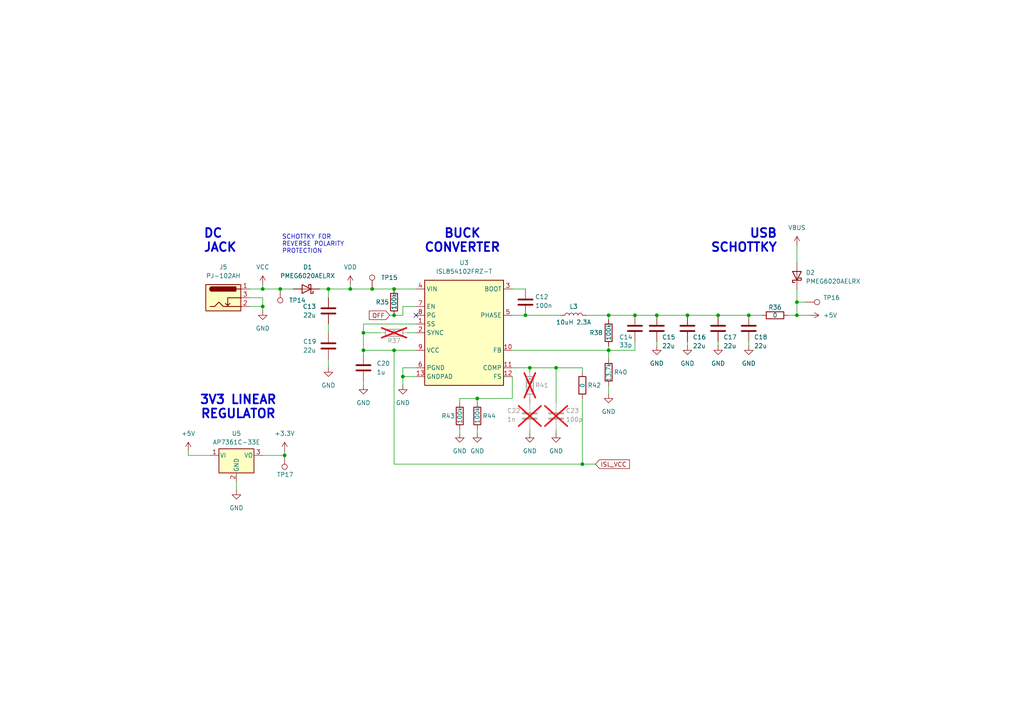
<source format=kicad_sch>
(kicad_sch (version 20231120) (generator "eeschema") (generator_version "8.0")
  (paper "A4")
  (title_block (title "Arduino UNO R4 WiFi Power") (date "2024-05-14") (rev "1") (company "Carlos Sabogal"))
  (lib_symbols
    (symbol "Arduino UNO R4 WiFi:ISL854102FRZ-T"
      (property "Reference" "U" (at 0.762 33.782 0))
      (property "Value" "ISL854102FRZ-T" (at 8.382 31.75 0))
      (symbol "ISL854102FRZ-T_1_0"
        (rectangle (start 22.86 30.48) (end 0 0) (stroke (width 0.254) (color 128 0 0 1)) (fill (type background)))
        (pin passive line (at -2.54 17.78 0) (length 2.54) (name "SS") (number "1"))
        (pin passive line (at 25.4 10.16 180) (length 2.54) (name "FB") (number "10"))
        (pin passive line (at 25.4 5.08 180) (length 2.54) (name "COMP") (number "11"))
        (pin passive line (at 25.4 2.54 180) (length 2.54) (name "FS") (number "12"))
        (pin power_in line (at -2.54 2.54 0) (length 2.54) (name "GNDPAD") (number "13"))
        (pin passive line (at -2.54 15.24 0) (length 2.54) (name "SYNC") (number "2"))
        (pin passive line (at 25.4 27.94 180) (length 2.54) (name "BOOT") (number "3"))
        (pin power_in line (at -2.54 27.94 0) (length 2.54) (name "VIN") (number "4"))
        (pin passive line (at 25.4 20.32 180) (length 2.54) (name "PHASE") (number "5"))
        (pin power_in line (at -2.54 5.08 0) (length 2.54) (name "PGND") (number "6"))
        (pin passive line (at -2.54 22.86 0) (length 2.54) (name "EN") (number "7"))
        (pin passive line (at -2.54 20.32 0) (length 2.54) (name "PG") (number "8"))
        (pin power_in line (at -2.54 10.16 0) (length 2.54) (name "VCC") (number "9"))
      )
    )
    (symbol "Connector:Barrel_Jack_Switch" (pin_names hide)
      (property "Reference" "J" (at 0 5.334 0))
      (property "Value" "Barrel_Jack_Switch" (at 0 -5.08 0))
      (symbol "Barrel_Jack_Switch_0_1"
        (rectangle (start -5.08 3.81) (end 5.08 -3.81) (stroke (width 0.254)) (fill (type background)))
        (arc (start -3.302 3.175) (mid -3.9343 2.54) (end -3.302 1.905) (stroke (width 0.254)))
        (arc (start -3.302 3.175) (mid -3.9343 2.54) (end -3.302 1.905) (stroke (width 0.254)) (fill (type outline)))
        (polyline (pts (xy 1.27 -2.286) (xy 1.905 -1.651)) (stroke (width 0.254)))
        (polyline (pts (xy 5.08 2.54) (xy 3.81 2.54)) (stroke (width 0.254)))
        (polyline (pts (xy 5.08 0) (xy 1.27 0) (xy 1.27 -2.286) (xy 0.635 -1.651)) (stroke (width 0.254)))
        (polyline (pts (xy -3.81 -2.54) (xy -2.54 -2.54) (xy -1.27 -1.27) (xy 0 -2.54) (xy 2.54 -2.54) (xy 5.08 -2.54)) (stroke (width 0.254)))
        (rectangle (start 3.683 3.175) (end -3.302 1.905) (stroke (width 0.254)) (fill (type outline)))
      )
      (symbol "Barrel_Jack_Switch_1_1"
        (pin passive line (at 7.62 2.54 180) (length 2.54) (name "~") (number "1"))
        (pin passive line (at 7.62 -2.54 180) (length 2.54) (name "~") (number "2"))
        (pin passive line (at 7.62 0 180) (length 2.54) (name "~") (number "3"))
      )
    )
    (symbol "Connector:TestPoint" (pin_numbers hide) (pin_names (offset 0.762) hide)
      (property "Reference" "TP" (at 0 6.858 0))
      (property "Value" "TestPoint" (at 0 5.08 0))
      (symbol "TestPoint_0_1"
        (circle (center 0 3.302) (radius 0.762))
      )
      (symbol "TestPoint_1_1"
        (pin passive line (at 0 0 90) (length 2.54) (name "1") (number "1"))
      )
    )
    (symbol "Device:C" (pin_numbers hide) (pin_names (offset 0.254))
      (property "Reference" "C" (at 0.635 2.54 0))
      (property "Value" "C" (at 0.635 -2.54 0))
      (symbol "C_0_1"
        (polyline (pts (xy -2.032 -0.762) (xy 2.032 -0.762)) (stroke (width 0.508)))
        (polyline (pts (xy -2.032 0.762) (xy 2.032 0.762)) (stroke (width 0.508)))
      )
      (symbol "C_1_1"
        (pin passive line (at 0 3.81 270) (length 2.794) (name "~") (number "1"))
        (pin passive line (at 0 -3.81 90) (length 2.794) (name "~") (number "2"))
      )
    )
    (symbol "Device:D_Schottky" (pin_numbers hide) (pin_names (offset 1.016) hide)
      (property "Reference" "D" (at 0 2.54 0))
      (property "Value" "D_Schottky" (at 0 -2.54 0))
      (symbol "D_Schottky_0_1"
        (polyline (pts (xy 1.27 0) (xy -1.27 0)))
        (polyline (pts (xy 1.27 1.27) (xy 1.27 -1.27) (xy -1.27 0) (xy 1.27 1.27)) (stroke (width 0.254)))
        (polyline (pts (xy -1.905 0.635) (xy -1.905 1.27) (xy -1.27 1.27) (xy -1.27 -1.27) (xy -0.635 -1.27) (xy -0.635 -0.635)) (stroke (width 0.254)))
      )
      (symbol "D_Schottky_1_1"
        (pin passive line (at -3.81 0 0) (length 2.54) (name "K") (number "1"))
        (pin passive line (at 3.81 0 180) (length 2.54) (name "A") (number "2"))
      )
    )
    (symbol "Device:L" (pin_numbers hide) (pin_names (offset 1.016) hide)
      (property "Reference" "L" (at -1.27 0 90))
      (property "Value" "L" (at 1.905 0 90))
      (symbol "L_0_1"
        (arc (start 0 -2.54) (mid 0.6323 -1.905) (end 0 -1.27))
        (arc (start 0 -1.27) (mid 0.6323 -0.635) (end 0 0))
        (arc (start 0 0) (mid 0.6323 0.635) (end 0 1.27))
        (arc (start 0 1.27) (mid 0.6323 1.905) (end 0 2.54))
      )
      (symbol "L_1_1"
        (pin passive line (at 0 3.81 270) (length 1.27) (name "1") (number "1"))
        (pin passive line (at 0 -3.81 90) (length 1.27) (name "2") (number "2"))
      )
    )
    (symbol "Device:R" (pin_numbers hide) (pin_names (offset 0))
      (property "Reference" "R" (at 2.032 0 90))
      (property "Value" "R" (at 0 0 90))
      (symbol "R_0_1"
        (rectangle (start -1.016 -2.54) (end 1.016 2.54) (stroke (width 0.254)))
      )
      (symbol "R_1_1"
        (pin passive line (at 0 3.81 270) (length 1.27) (name "~") (number "1"))
        (pin passive line (at 0 -3.81 90) (length 1.27) (name "~") (number "2"))
      )
    )
    (symbol "Regulator_Linear:AP7361C-33E" (pin_names (offset 0.254))
      (property "Reference" "U" (at -3.81 3.175 0))
      (property "Value" "AP7361C-33E" (at 0 3.175 0))
      (symbol "AP7361C-33E_0_1"
        (rectangle (start -5.08 -5.08) (end 5.08 1.905) (stroke (width 0.254)) (fill (type background)))
      )
      (symbol "AP7361C-33E_1_1"
        (pin power_in line (at -7.62 0 0) (length 2.54) (name "VI") (number "1"))
        (pin power_in line (at 0 -7.62 90) (length 2.54) (name "GND") (number "2"))
        (pin power_out line (at 7.62 0 180) (length 2.54) (name "VO") (number "3"))
      )
    )
    (symbol "power:+3.3V" (power) (pin_numbers hide) (pin_names (offset 0) hide)
      (property "Value" "+3.3V" (at 0 3.556 0))
      (symbol "+3.3V_0_1"
        (polyline (pts (xy -0.762 1.27) (xy 0 2.54)))
        (polyline (pts (xy 0 0) (xy 0 2.54)))
        (polyline (pts (xy 0 2.54) (xy 0.762 1.27)))
      )
      (symbol "+3.3V_1_1"
        (pin power_in line (at 0 0 90) (length 0) (name "~") (number "1"))
      )
    )
    (symbol "power:+5V" (power) (pin_numbers hide) (pin_names (offset 0) hide)
      (property "Value" "+5V" (at 0 3.556 0))
      (symbol "+5V_0_1"
        (polyline (pts (xy -0.762 1.27) (xy 0 2.54)))
        (polyline (pts (xy 0 0) (xy 0 2.54)))
        (polyline (pts (xy 0 2.54) (xy 0.762 1.27)))
      )
      (symbol "+5V_1_1"
        (pin power_in line (at 0 0 90) (length 0) (name "~") (number "1"))
      )
    )
    (symbol "power:GND" (power) (pin_numbers hide) (pin_names (offset 0) hide)
      (property "Value" "GND" (at 0 -3.81 0))
      (symbol "GND_0_1"
        (polyline (pts (xy 0 0) (xy 0 -1.27) (xy 1.27 -1.27) (xy 0 -2.54) (xy -1.27 -1.27) (xy 0 -1.27)))
      )
      (symbol "GND_1_1"
        (pin power_in line (at 0 0 270) (length 0) (name "~") (number "1"))
      )
    )
    (symbol "power:VBUS" (power) (pin_numbers hide) (pin_names (offset 0) hide)
      (property "Value" "VBUS" (at 0 3.556 0))
      (symbol "VBUS_0_1"
        (polyline (pts (xy -0.762 1.27) (xy 0 2.54)))
        (polyline (pts (xy 0 0) (xy 0 2.54)))
        (polyline (pts (xy 0 2.54) (xy 0.762 1.27)))
      )
      (symbol "VBUS_1_1"
        (pin power_in line (at 0 0 90) (length 0) (name "~") (number "1"))
      )
    )
    (symbol "power:VCC" (power) (pin_numbers hide) (pin_names (offset 0) hide)
      (property "Value" "VCC" (at 0 3.556 0))
      (symbol "VCC_0_1"
        (polyline (pts (xy -0.762 1.27) (xy 0 2.54)))
        (polyline (pts (xy 0 0) (xy 0 2.54)))
        (polyline (pts (xy 0 2.54) (xy 0.762 1.27)))
      )
      (symbol "VCC_1_1"
        (pin power_in line (at 0 0 90) (length 0) (name "~") (number "1"))
      )
    )
    (symbol "power:VDD" (power) (pin_numbers hide) (pin_names (offset 0) hide)
      (property "Value" "VDD" (at 0 3.556 0))
      (symbol "VDD_0_1"
        (polyline (pts (xy -0.762 1.27) (xy 0 2.54)))
        (polyline (pts (xy 0 0) (xy 0 2.54)))
        (polyline (pts (xy 0 2.54) (xy 0.762 1.27)))
      )
      (symbol "VDD_1_1"
        (pin power_in line (at 0 0 90) (length 0) (name "~") (number "1"))
      )
    )
  )
  (junction (at 116.84 109.22))
  (junction (at 184.15 91.44))
  (junction (at 217.17 91.44))
  (junction (at 105.41 96.52))
  (junction (at 114.3 101.6))
  (junction (at 152.4 91.44))
  (junction (at 114.3 83.82))
  (junction (at 176.53 91.44))
  (junction (at 114.3 91.44))
  (junction (at 168.91 134.62))
  (junction (at 231.14 87.63))
  (junction (at 95.25 83.82))
  (junction (at 190.5 91.44))
  (junction (at 199.39 91.44))
  (junction (at 82.55 132.08))
  (junction (at 138.43 115.57))
  (junction (at 153.67 106.68))
  (junction (at 81.28 83.82))
  (junction (at 107.95 83.82))
  (junction (at 76.2 83.82))
  (junction (at 101.6 83.82))
  (junction (at 208.28 91.44))
  (junction (at 76.2 88.9))
  (junction (at 161.29 106.68))
  (junction (at 105.41 101.6))
  (junction (at 176.53 101.6))
  (junction (at 231.14 91.44))
  (no_connect (at 120.65 91.44))
  (wire (pts (xy 176.53 91.44) (xy 184.15 91.44)))
  (wire (pts (xy 133.35 116.84) (xy 133.35 115.57)))
  (wire (pts (xy 101.6 83.82) (xy 107.95 83.82)))
  (wire (pts (xy 105.41 96.52) (xy 110.49 96.52)))
  (wire (pts (xy 54.61 132.08) (xy 60.96 132.08)))
  (wire (pts (xy 76.2 83.82) (xy 72.39 83.82)))
  (wire (pts (xy 220.98 91.44) (xy 217.17 91.44)))
  (wire (pts (xy 176.53 91.44) (xy 176.53 92.71)))
  (wire (pts (xy 81.28 83.82) (xy 76.2 83.82)))
  (wire (pts (xy 153.67 107.95) (xy 153.67 106.68)))
  (wire (pts (xy 138.43 125.73) (xy 138.43 124.46)))
  (wire (pts (xy 133.35 115.57) (xy 138.43 115.57)))
  (wire (pts (xy 231.14 91.44) (xy 228.6 91.44)))
  (wire (pts (xy 231.14 71.12) (xy 231.14 76.2)))
  (wire (pts (xy 101.6 82.55) (xy 101.6 83.82)))
  (wire (pts (xy 161.29 125.73) (xy 161.29 124.46)))
  (wire (pts (xy 234.95 91.44) (xy 231.14 91.44)))
  (wire (pts (xy 95.25 93.98) (xy 95.25 96.52)))
  (wire (pts (xy 105.41 111.76) (xy 105.41 110.49)))
  (wire (pts (xy 184.15 91.44) (xy 190.5 91.44)))
  (wire (pts (xy 176.53 114.3) (xy 176.53 111.76)))
  (wire (pts (xy 153.67 125.73) (xy 153.67 124.46)))
  (wire (pts (xy 138.43 115.57) (xy 138.43 116.84)))
  (wire (pts (xy 231.14 83.82) (xy 231.14 87.63)))
  (wire (pts (xy 168.91 134.62) (xy 114.3 134.62)))
  (wire (pts (xy 68.58 142.24) (xy 68.58 139.7)))
  (wire (pts (xy 176.53 101.6) (xy 176.53 100.33)))
  (wire (pts (xy 170.18 91.44) (xy 176.53 91.44)))
  (wire (pts (xy 190.5 91.44) (xy 199.39 91.44)))
  (wire (pts (xy 76.2 90.17) (xy 76.2 88.9)))
  (wire (pts (xy 114.3 91.44) (xy 113.03 91.44)))
  (wire (pts (xy 105.41 101.6) (xy 114.3 101.6)))
  (wire (pts (xy 152.4 91.44) (xy 148.59 91.44)))
  (wire (pts (xy 161.29 106.68) (xy 168.91 106.68)))
  (wire (pts (xy 161.29 106.68) (xy 161.29 116.84)))
  (wire (pts (xy 116.84 106.68) (xy 116.84 109.22)))
  (wire (pts (xy 85.09 83.82) (xy 81.28 83.82)))
  (wire (pts (xy 199.39 100.33) (xy 199.39 99.06)))
  (wire (pts (xy 148.59 101.6) (xy 176.53 101.6)))
  (wire (pts (xy 152.4 83.82) (xy 148.59 83.82)))
  (wire (pts (xy 114.3 83.82) (xy 120.65 83.82)))
  (wire (pts (xy 184.15 99.06) (xy 184.15 101.6)))
  (wire (pts (xy 208.28 91.44) (xy 217.17 91.44)))
  (wire (pts (xy 153.67 115.57) (xy 153.67 116.84)))
  (wire (pts (xy 168.91 115.57) (xy 168.91 134.62)))
  (wire (pts (xy 138.43 115.57) (xy 148.59 115.57)))
  (wire (pts (xy 118.11 96.52) (xy 120.65 96.52)))
  (wire (pts (xy 162.56 91.44) (xy 152.4 91.44)))
  (wire (pts (xy 95.25 83.82) (xy 95.25 86.36)))
  (wire (pts (xy 54.61 132.08) (xy 54.61 130.81)))
  (wire (pts (xy 120.65 106.68) (xy 116.84 106.68)))
  (wire (pts (xy 231.14 87.63) (xy 231.14 91.44)))
  (wire (pts (xy 107.95 83.82) (xy 114.3 83.82)))
  (wire (pts (xy 105.41 101.6) (xy 105.41 102.87)))
  (wire (pts (xy 72.39 86.36) (xy 76.2 86.36)))
  (wire (pts (xy 233.68 87.63) (xy 231.14 87.63)))
  (wire (pts (xy 105.41 93.98) (xy 105.41 96.52)))
  (wire (pts (xy 116.84 91.44) (xy 116.84 88.9)))
  (wire (pts (xy 190.5 100.33) (xy 190.5 99.06)))
  (wire (pts (xy 82.55 132.08) (xy 82.55 130.81)))
  (wire (pts (xy 114.3 101.6) (xy 120.65 101.6)))
  (wire (pts (xy 116.84 91.44) (xy 114.3 91.44)))
  (wire (pts (xy 120.65 93.98) (xy 105.41 93.98)))
  (wire (pts (xy 76.2 82.55) (xy 76.2 83.82)))
  (wire (pts (xy 116.84 109.22) (xy 120.65 109.22)))
  (wire (pts (xy 76.2 88.9) (xy 72.39 88.9)))
  (wire (pts (xy 168.91 106.68) (xy 168.91 107.95)))
  (wire (pts (xy 133.35 125.73) (xy 133.35 124.46)))
  (wire (pts (xy 95.25 83.82) (xy 101.6 83.82)))
  (wire (pts (xy 95.25 106.68) (xy 95.25 104.14)))
  (wire (pts (xy 114.3 134.62) (xy 114.3 101.6)))
  (wire (pts (xy 148.59 115.57) (xy 148.59 109.22)))
  (wire (pts (xy 199.39 91.44) (xy 208.28 91.44)))
  (wire (pts (xy 76.2 86.36) (xy 76.2 88.9)))
  (wire (pts (xy 116.84 88.9) (xy 120.65 88.9)))
  (wire (pts (xy 153.67 106.68) (xy 161.29 106.68)))
  (wire (pts (xy 92.71 83.82) (xy 95.25 83.82)))
  (wire (pts (xy 105.41 96.52) (xy 105.41 101.6)))
  (wire (pts (xy 217.17 100.33) (xy 217.17 99.06)))
  (wire (pts (xy 82.55 132.08) (xy 76.2 132.08)))
  (wire (pts (xy 116.84 111.76) (xy 116.84 109.22)))
  (wire (pts (xy 148.59 106.68) (xy 153.67 106.68)))
  (wire (pts (xy 168.91 134.62) (xy 172.72 134.62)))
  (wire (pts (xy 184.15 101.6) (xy 176.53 101.6)))
  (wire (pts (xy 208.28 100.33) (xy 208.28 99.06)))
  (wire (pts (xy 176.53 101.6) (xy 176.53 104.14)))
  (text "SCHOTTKY FOR\nREVERSE POLARITY\nPROTECTION" (at 81.788 70.866 0) (effects (font (size 1.27 1.27)) (justify left)))
  (text "3V3 LINEAR\nREGULATOR" (at 69.088 118.11 0) (effects (font (size 2.54 2.54) (thickness 0.508) (bold yes))))
  (text "USB\nSCHOTTKY" (at 225.552 69.85 0) (effects (font (size 2.54 2.54) (thickness 0.508) (bold yes)) (justify right)))
  (text "BUCK\nCONVERTER" (at 134.112 69.85 0) (effects (font (size 2.54 2.54) (thickness 0.508) (bold yes))))
  (text "DC\nJACK" (at 58.928 69.85 0) (effects (font (size 2.54 2.54) (thickness 0.508) (bold yes)) (justify left)))
  (global_label "OFF" (shape input) (at 113.03 91.44 180) (property "Intersheetrefs" "${INTERSHEET_REFS}" (effects (hide yes))))
  (global_label "ISL_VCC" (shape input) (at 172.72 134.62 0) (property "Intersheetrefs" "${INTERSHEET_REFS}" (effects (hide yes))))
  (symbol (lib_id "power:GND") (at 217.17 100.33 0) (unit 1)
    (property "Reference" "#PWR050" (effects (hide yes)))
    (property "Value" "GND" (at 217.17 105.41 0))
    (property "Description" "Power symbol creates a global label with name \"GND\" , ground" (effects (hide yes)))
  )
  (symbol (lib_id "Arduino UNO R4 WiFi:ISL854102FRZ-T") (at 123.19 111.76 0) (unit 1)
    (property "Reference" "U3" (at 134.62 76.2 0))
    (property "Value" "ISL854102FRZ-T" (at 134.62 78.74 0))
    (property "Footprint" "Package_DFN_QFN:DFN-12-1EP_3x4mm_P0.5mm_EP1.7x3.3mm" (effects (hide yes)))
  )
  (symbol (lib_id "Device:R") (at 176.53 107.95 0) (unit 1)
    (property "Reference" "R40" (at 178.054 107.95 0) (effects (justify left)))
    (property "Value" "13.7k" (at 176.53 110.744 90) (effects (justify left)))
    (property "Footprint" "Resistor_SMD:R_0402_1005Metric" (effects (hide yes)))
    (property "Description" "Resistor" (effects (hide yes)))
  )
  (symbol (lib_id "Device:C") (at 161.29 120.65 0) (unit 1) (dnp yes)
    (property "Reference" "C23" (at 164.084 119.126 0) (effects (justify left)))
    (property "Value" "100p" (at 164.084 121.666 0) (effects (justify left)))
    (property "Footprint" "Capacitor_SMD:C_0402_1005Metric" (effects (hide yes)))
    (property "Description" "Unpolarized capacitor" (effects (hide yes)))
  )
  (symbol (lib_id "power:+5V") (at 54.61 130.81 0) (unit 1)
    (property "Reference" "#PWR053" (effects (hide yes)))
    (property "Value" "+5V" (at 54.61 125.73 0))
    (property "Description" "Power symbol creates a global label with name \"+5V\"" (effects (hide yes)))
  )
  (symbol (lib_id "Device:R") (at 138.43 120.65 0) (unit 1)
    (property "Reference" "R44" (at 139.954 120.65 0) (effects (justify left)))
    (property "Value" "100k" (at 138.43 122.936 90) (effects (justify left)))
    (property "Footprint" "Resistor_SMD:R_0402_1005Metric" (effects (hide yes)))
    (property "Description" "Resistor" (effects (hide yes)))
  )
  (symbol (lib_id "Device:R") (at 224.79 91.44 90) (unit 1)
    (property "Reference" "R36" (at 224.79 89.154 90))
    (property "Value" "0" (at 224.79 91.44 90))
    (property "Footprint" "Resistor_SMD:R_0402_1005Metric" (effects (hide yes)))
    (property "Description" "Resistor" (effects (hide yes)))
  )
  (symbol (lib_id "Device:C") (at 153.67 120.65 0) (unit 1) (dnp yes)
    (property "Reference" "C22" (at 147.066 119.126 0) (effects (justify left)))
    (property "Value" "1n" (at 147.066 121.666 0) (effects (justify left)))
    (property "Footprint" "Capacitor_SMD:C_0402_1005Metric" (effects (hide yes)))
    (property "Description" "Unpolarized capacitor" (effects (hide yes)))
  )
  (symbol (lib_id "Device:C") (at 95.25 90.17 180) (unit 1)
    (property "Reference" "C13" (at 91.694 88.9 0) (effects (justify left)))
    (property "Value" "22u" (at 91.694 91.44 0) (effects (justify left)))
    (property "Footprint" "Capacitor_SMD:C_0805_2012Metric" (effects (hide yes)))
    (property "Description" "Unpolarized capacitor" (effects (hide yes)))
  )
  (symbol (lib_id "power:GND") (at 95.25 106.68 0) (unit 1)
    (property "Reference" "#PWR035" (effects (hide yes)))
    (property "Value" "GND" (at 95.25 111.76 0))
    (property "Description" "Power symbol creates a global label with name \"GND\" , ground" (effects (hide yes)))
  )
  (symbol (lib_id "power:GND") (at 176.53 114.3 0) (unit 1)
    (property "Reference" "#PWR046" (effects (hide yes)))
    (property "Value" "GND" (at 176.53 119.38 0))
    (property "Description" "Power symbol creates a global label with name \"GND\" , ground" (effects (hide yes)))
  )
  (symbol (lib_id "Device:C") (at 105.41 106.68 0) (unit 1)
    (property "Reference" "C20" (at 109.22 105.4099 0) (effects (justify left)))
    (property "Value" "1u" (at 109.22 107.9499 0) (effects (justify left)))
    (property "Footprint" "Capacitor_SMD:C_0402_1005Metric" (effects (hide yes)))
    (property "Description" "Unpolarized capacitor" (effects (hide yes)))
  )
  (symbol (lib_id "power:GND") (at 133.35 125.73 0) (unit 1)
    (property "Reference" "#PWR041" (effects (hide yes)))
    (property "Value" "GND" (at 133.35 130.81 0))
    (property "Description" "Power symbol creates a global label with name \"GND\" , ground" (effects (hide yes)))
  )
  (symbol (lib_id "Device:R") (at 168.91 111.76 0) (unit 1)
    (property "Reference" "R42" (at 170.434 111.76 0) (effects (justify left)))
    (property "Value" "0" (at 168.91 112.522 90) (effects (justify left)))
    (property "Footprint" "Resistor_SMD:R_0402_1005Metric" (effects (hide yes)))
    (property "Description" "Resistor" (effects (hide yes)))
  )
  (symbol (lib_id "power:GND") (at 153.67 125.73 0) (unit 1)
    (property "Reference" "#PWR044" (effects (hide yes)))
    (property "Value" "GND" (at 153.67 130.81 0))
    (property "Description" "Power symbol creates a global label with name \"GND\" , ground" (effects (hide yes)))
  )
  (symbol (lib_id "power:VCC") (at 76.2 82.55 0) (unit 1)
    (property "Reference" "#PWR027" (effects (hide yes)))
    (property "Value" "VCC" (at 76.2 77.47 0))
    (property "Description" "Power symbol creates a global label with name \"VCC\"" (effects (hide yes)))
  )
  (symbol (lib_id "power:GND") (at 190.5 100.33 0) (unit 1)
    (property "Reference" "#PWR047" (effects (hide yes)))
    (property "Value" "GND" (at 190.5 105.41 0))
    (property "Description" "Power symbol creates a global label with name \"GND\" , ground" (effects (hide yes)))
  )
  (symbol (lib_id "Device:C") (at 184.15 95.25 0) (unit 1)
    (property "Reference" "C14" (at 179.578 97.79 0) (effects (justify left)))
    (property "Value" "33p" (at 179.578 100.076 0) (effects (justify left)))
    (property "Footprint" "Capacitor_SMD:C_0402_1005Metric" (effects (hide yes)))
    (property "Description" "Unpolarized capacitor" (effects (hide yes)))
  )
  (symbol (lib_id "power:GND") (at 116.84 111.76 0) (unit 1)
    (property "Reference" "#PWR040" (effects (hide yes)))
    (property "Value" "GND" (at 116.84 116.84 0))
    (property "Description" "Power symbol creates a global label with name \"GND\" , ground" (effects (hide yes)))
  )
  (symbol (lib_id "Device:L") (at 166.37 91.44 90) (unit 1)
    (property "Reference" "L3" (at 166.37 88.9 90))
    (property "Value" "10uH 2.3A" (at 166.37 93.472 90))
    (property "Footprint" "Arduino UNO R4 WiFi:PMF42-103MN" (effects (hide yes)))
    (property "Description" "Inductor" (effects (hide yes)))
  )
  (symbol (lib_id "power:GND") (at 199.39 100.33 0) (unit 1)
    (property "Reference" "#PWR048" (effects (hide yes)))
    (property "Value" "GND" (at 199.39 105.41 0))
    (property "Description" "Power symbol creates a global label with name \"GND\" , ground" (effects (hide yes)))
  )
  (symbol (lib_id "power:+3.3V") (at 82.55 130.81 0) (unit 1)
    (property "Reference" "#PWR055" (effects (hide yes)))
    (property "Value" "+3.3V" (at 82.55 125.73 0))
    (property "Description" "Power symbol creates a global label with name \"+3.3V\"" (effects (hide yes)))
  )
  (symbol (lib_id "Device:C") (at 152.4 87.63 0) (unit 1)
    (property "Reference" "C12" (at 155.194 86.106 0) (effects (justify left)))
    (property "Value" "100n" (at 155.194 88.646 0) (effects (justify left)))
    (property "Footprint" "Capacitor_SMD:C_0402_1005Metric" (effects (hide yes)))
    (property "Description" "Unpolarized capacitor" (effects (hide yes)))
  )
  (symbol (lib_id "power:+5V") (at 234.95 91.44 270) (unit 1)
    (property "Reference" "#PWR052" (effects (hide yes)))
    (property "Value" "+5V" (at 238.76 91.4399 90) (effects (justify left)))
    (property "Description" "Power symbol creates a global label with name \"+5V\"" (effects (hide yes)))
  )
  (symbol (lib_id "Device:C") (at 95.25 100.33 0) (unit 1)
    (property "Reference" "C19" (at 87.884 99.06 0) (effects (justify left)))
    (property "Value" "22u" (at 87.884 101.6 0) (effects (justify left)))
    (property "Footprint" "Capacitor_SMD:C_0805_2012Metric" (effects (hide yes)))
    (property "Description" "Unpolarized capacitor" (effects (hide yes)))
  )
  (symbol (lib_id "power:GND") (at 208.28 100.33 0) (unit 1)
    (property "Reference" "#PWR049" (effects (hide yes)))
    (property "Value" "GND" (at 208.28 105.41 0))
    (property "Description" "Power symbol creates a global label with name \"GND\" , ground" (effects (hide yes)))
  )
  (symbol (lib_id "power:VBUS") (at 231.14 71.12 0) (unit 1)
    (property "Reference" "#PWR051" (effects (hide yes)))
    (property "Value" "VBUS" (at 231.14 66.04 0))
    (property "Description" "Power symbol creates a global label with name \"VBUS\"" (effects (hide yes)))
  )
  (symbol (lib_id "Device:C") (at 217.17 95.25 0) (unit 1)
    (property "Reference" "C18" (at 218.694 97.79 0) (effects (justify left)))
    (property "Value" "22u" (at 218.694 100.33 0) (effects (justify left)))
    (property "Footprint" "Capacitor_SMD:C_0805_2012Metric" (effects (hide yes)))
    (property "Description" "Unpolarized capacitor" (effects (hide yes)))
  )
  (symbol (lib_id "Device:R") (at 153.67 111.76 0) (unit 1) (dnp yes)
    (property "Reference" "R41" (at 155.194 111.76 0) (effects (justify left)))
    (property "Value" "249k" (at 153.67 114.046 90) (effects (justify left)))
    (property "Footprint" "Resistor_SMD:R_0402_1005Metric" (effects (hide yes)))
    (property "Description" "Resistor" (effects (hide yes)))
  )
  (symbol (lib_id "Device:R") (at 176.53 96.52 0) (unit 1)
    (property "Reference" "R38" (at 170.942 96.52 0) (effects (justify left)))
    (property "Value" "100k" (at 176.53 98.806 90) (effects (justify left)))
    (property "Footprint" "Resistor_SMD:R_0402_1005Metric" (effects (hide yes)))
    (property "Description" "Resistor" (effects (hide yes)))
  )
  (symbol (lib_id "Device:C") (at 208.28 95.25 0) (unit 1)
    (property "Reference" "C17" (at 209.804 97.79 0) (effects (justify left)))
    (property "Value" "22u" (at 209.804 100.33 0) (effects (justify left)))
    (property "Footprint" "Capacitor_SMD:C_0805_2012Metric" (effects (hide yes)))
    (property "Description" "Unpolarized capacitor" (effects (hide yes)))
  )
  (symbol (lib_id "Connector:TestPoint") (at 233.68 87.63 270) (unit 1)
    (property "Reference" "TP16" (at 238.76 86.3599 90) (effects (justify left)))
    (property "Value" "TestPoint" (effects (hide yes)))
    (property "Footprint" "Arduino UNO R4 WiFi:TestPoint_Pad_D0.8mm" (effects (hide yes)))
    (property "Description" "test point" (effects (hide yes)))
  )
  (symbol (lib_id "power:VDD") (at 101.6 82.55 0) (unit 1)
    (property "Reference" "#PWR079" (effects (hide yes)))
    (property "Value" "VDD" (at 101.6 77.47 0))
    (property "Description" "Power symbol creates a global label with name \"VDD\"" (effects (hide yes)))
  )
  (symbol (lib_id "Connector:TestPoint") (at 82.55 132.08 180) (unit 1)
    (property "Reference" "TP17" (at 80.264 137.668 0) (effects (justify right)))
    (property "Value" "TestPoint" (effects (hide yes)))
    (property "Footprint" "Arduino UNO R4 WiFi:TestPoint_Pad_D0.8mm" (effects (hide yes)))
    (property "Description" "test point" (effects (hide yes)))
  )
  (symbol (lib_id "Device:C") (at 199.39 95.25 0) (unit 1)
    (property "Reference" "C16" (at 200.914 97.79 0) (effects (justify left)))
    (property "Value" "22u" (at 200.914 100.33 0) (effects (justify left)))
    (property "Footprint" "Capacitor_SMD:C_0805_2012Metric" (effects (hide yes)))
    (property "Description" "Unpolarized capacitor" (effects (hide yes)))
  )
  (symbol (lib_id "Connector:TestPoint") (at 81.28 83.82 180) (unit 1)
    (property "Reference" "TP14" (at 83.82 87.1219 0) (effects (justify right)))
    (property "Value" "TestPoint" (effects (hide yes)))
    (property "Footprint" "Arduino UNO R4 WiFi:TestPoint_Pad_0.8mm" (effects (hide yes)))
    (property "Description" "test point" (effects (hide yes)))
  )
  (symbol (lib_id "power:GND") (at 161.29 125.73 0) (unit 1)
    (property "Reference" "#PWR045" (effects (hide yes)))
    (property "Value" "GND" (at 161.29 130.81 0))
    (property "Description" "Power symbol creates a global label with name \"GND\" , ground" (effects (hide yes)))
  )
  (symbol (lib_id "Connector:TestPoint") (at 107.95 83.82 0) (unit 1)
    (property "Reference" "TP15" (at 110.49 80.5179 0) (effects (justify left)))
    (property "Value" "TestPoint" (effects (hide yes)))
    (property "Footprint" "Arduino UNO R4 WiFi:TestPoint_Pad_D0.8mm" (effects (hide yes)))
    (property "Description" "test point" (effects (hide yes)))
  )
  (symbol (lib_id "Device:D_Schottky") (at 88.9 83.82 180) (unit 1)
    (property "Reference" "D1" (at 89.2175 77.47 0))
    (property "Value" "PMEG6020AELRX" (at 89.2175 80.01 0))
    (property "Footprint" "Diode_SMD:D_SOD-123" (effects (hide yes)))
    (property "Description" "Schottky diode" (effects (hide yes)))
  )
  (symbol (lib_id "power:GND") (at 68.58 142.24 0) (unit 1)
    (property "Reference" "#PWR054" (effects (hide yes)))
    (property "Value" "GND" (at 68.58 147.32 0))
    (property "Description" "Power symbol creates a global label with name \"GND\" , ground" (effects (hide yes)))
  )
  (symbol (lib_id "power:GND") (at 76.2 90.17 0) (unit 1)
    (property "Reference" "#PWR034" (effects (hide yes)))
    (property "Value" "GND" (at 76.2 95.25 0))
    (property "Description" "Power symbol creates a global label with name \"GND\" , ground" (effects (hide yes)))
  )
  (symbol (lib_id "Regulator_Linear:AP7361C-33E") (at 68.58 132.08 0) (unit 1)
    (property "Reference" "U5" (at 68.58 125.73 0))
    (property "Value" "AP7361C-33E" (at 68.58 128.27 0))
    (property "Footprint" "Package_TO_SOT_SMD:SOT-223-3_TabPin2" (effects (hide yes)))
    (property "Datasheet" "https://www.diodes.com/assets/Datasheets/AP7361C.pdf" (effects (hide yes)))
    (property "Description" "1A Low Dropout regulator, positive, 3.3V fixed output, SOT-223" (effects (hide yes)))
  )
  (symbol (lib_id "Device:R") (at 114.3 96.52 90) (unit 1) (dnp yes)
    (property "Reference" "R37" (at 114.3 98.806 90))
    (property "Value" "0" (at 114.3 96.52 90))
    (property "Footprint" "Resistor_SMD:R_0402_1005Metric" (effects (hide yes)))
    (property "Description" "Resistor" (effects (hide yes)))
  )
  (symbol (lib_id "Device:R") (at 133.35 120.65 0) (unit 1)
    (property "Reference" "R43" (at 128.016 120.65 0) (effects (justify left)))
    (property "Value" "100k" (at 133.35 122.936 90) (effects (justify left)))
    (property "Footprint" "Resistor_SMD:R_0402_1005Metric" (effects (hide yes)))
    (property "Description" "Resistor" (effects (hide yes)))
  )
  (symbol (lib_id "power:GND") (at 105.41 111.76 0) (unit 1)
    (property "Reference" "#PWR039" (effects (hide yes)))
    (property "Value" "GND" (at 105.41 116.84 0))
    (property "Description" "Power symbol creates a global label with name \"GND\" , ground" (effects (hide yes)))
  )
  (symbol (lib_id "power:GND") (at 138.43 125.73 0) (unit 1)
    (property "Reference" "#PWR043" (effects (hide yes)))
    (property "Value" "GND" (at 138.43 130.81 0))
    (property "Description" "Power symbol creates a global label with name \"GND\" , ground" (effects (hide yes)))
  )
  (symbol (lib_id "Connector:Barrel_Jack_Switch") (at 64.77 86.36 0) (unit 1)
    (property "Reference" "J5" (at 64.77 77.47 0))
    (property "Value" "PJ-102AH" (at 64.77 80.01 0))
    (property "Footprint" "Connector_BarrelJack:BarrelJack_Kycon_KLDX-0202-xC_Horizontal" (effects (hide yes)))
    (property "Description" "DC Barrel Jack with an internal switch" (effects (hide yes)))
  )
  (symbol (lib_id "Device:D_Schottky") (at 231.14 80.01 90) (unit 1)
    (property "Reference" "D2" (at 233.68 79.0574 90) (effects (justify right)))
    (property "Value" "PMEG6020AELRX" (at 233.68 81.5974 90) (effects (justify right)))
    (property "Footprint" "Diode_SMD:D_SOD-123" (effects (hide yes)))
    (property "Description" "Schottky diode" (effects (hide yes)))
  )
  (symbol (lib_id "Device:C") (at 190.5 95.25 0) (unit 1)
    (property "Reference" "C15" (at 192.024 97.79 0) (effects (justify left)))
    (property "Value" "22u" (at 192.024 100.33 0) (effects (justify left)))
    (property "Footprint" "Capacitor_SMD:C_0805_2012Metric" (effects (hide yes)))
    (property "Description" "Unpolarized capacitor" (effects (hide yes)))
  )
  (symbol (lib_id "Device:R") (at 114.3 87.63 0) (unit 1)
    (property "Reference" "R35" (at 108.966 87.63 0) (effects (justify left)))
    (property "Value" "100k" (at 114.3 89.916 90) (effects (justify left)))
    (property "Footprint" "Resistor_SMD:R_0402_1005Metric" (effects (hide yes)))
    (property "Description" "Resistor" (effects (hide yes)))
  )
)
</source>
